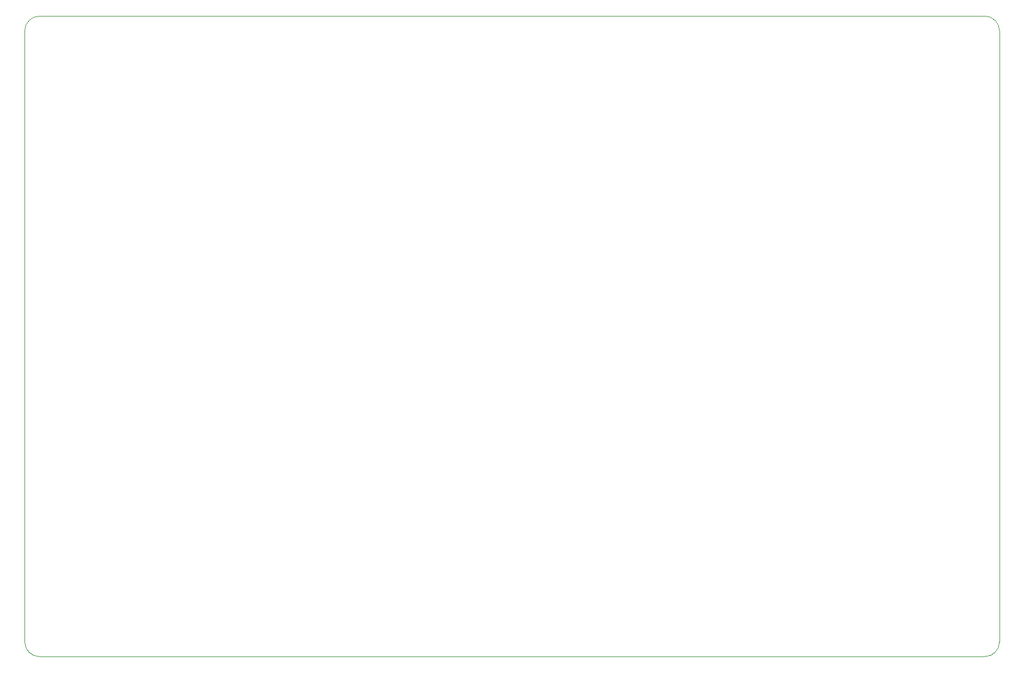
<source format=gbr>
%TF.GenerationSoftware,KiCad,Pcbnew,9.0.5-9.0.5~ubuntu24.04.1*%
%TF.CreationDate,2025-11-03T21:57:16+08:00*%
%TF.ProjectId,TPS2,54505332-2e6b-4696-9361-645f70636258,rev?*%
%TF.SameCoordinates,Original*%
%TF.FileFunction,Profile,NP*%
%FSLAX46Y46*%
G04 Gerber Fmt 4.6, Leading zero omitted, Abs format (unit mm)*
G04 Created by KiCad (PCBNEW 9.0.5-9.0.5~ubuntu24.04.1) date 2025-11-03 21:57:16*
%MOMM*%
%LPD*%
G01*
G04 APERTURE LIST*
%TA.AperFunction,Profile*%
%ADD10C,0.100000*%
%TD*%
G04 APERTURE END LIST*
D10*
X183375000Y-31200000D02*
X183375000Y-122050000D01*
X38461000Y-31200000D02*
X38461000Y-122050000D01*
X181175000Y-29000000D02*
X40661000Y-29000000D01*
X181175000Y-29000000D02*
G75*
G02*
X183375000Y-31200000I0J-2200000D01*
G01*
X183375000Y-122050000D02*
G75*
G02*
X181175000Y-124250000I-2200000J0D01*
G01*
X40661000Y-124250000D02*
G75*
G02*
X38461000Y-122050000I0J2200000D01*
G01*
X38461000Y-31200000D02*
G75*
G02*
X40661000Y-29000000I2200000J0D01*
G01*
X181175000Y-124250000D02*
X40661000Y-124250000D01*
M02*

</source>
